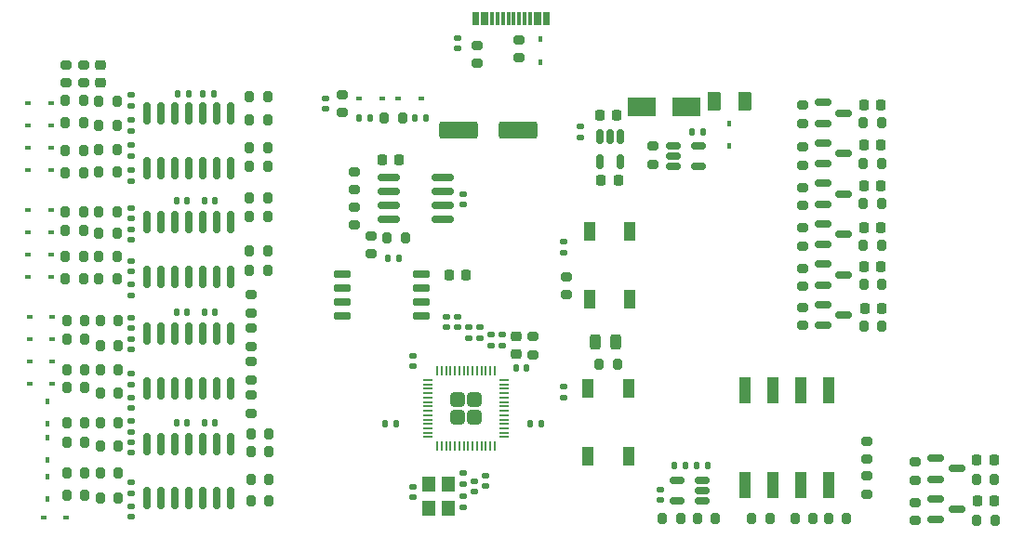
<source format=gtp>
%TF.GenerationSoftware,KiCad,Pcbnew,6.0.11+dfsg-1*%
%TF.CreationDate,2024-03-26T21:26:54+01:00*%
%TF.ProjectId,IO_16x8_matrix,494f5f31-3678-4385-9f6d-61747269782e,0.1.0*%
%TF.SameCoordinates,Original*%
%TF.FileFunction,Paste,Top*%
%TF.FilePolarity,Positive*%
%FSLAX46Y46*%
G04 Gerber Fmt 4.6, Leading zero omitted, Abs format (unit mm)*
G04 Created by KiCad (PCBNEW 6.0.11+dfsg-1) date 2024-03-26 21:26:54*
%MOMM*%
%LPD*%
G01*
G04 APERTURE LIST*
G04 Aperture macros list*
%AMRoundRect*
0 Rectangle with rounded corners*
0 $1 Rounding radius*
0 $2 $3 $4 $5 $6 $7 $8 $9 X,Y pos of 4 corners*
0 Add a 4 corners polygon primitive as box body*
4,1,4,$2,$3,$4,$5,$6,$7,$8,$9,$2,$3,0*
0 Add four circle primitives for the rounded corners*
1,1,$1+$1,$2,$3*
1,1,$1+$1,$4,$5*
1,1,$1+$1,$6,$7*
1,1,$1+$1,$8,$9*
0 Add four rect primitives between the rounded corners*
20,1,$1+$1,$2,$3,$4,$5,0*
20,1,$1+$1,$4,$5,$6,$7,0*
20,1,$1+$1,$6,$7,$8,$9,0*
20,1,$1+$1,$8,$9,$2,$3,0*%
G04 Aperture macros list end*
%ADD10RoundRect,0.140000X-0.140000X-0.170000X0.140000X-0.170000X0.140000X0.170000X-0.140000X0.170000X0*%
%ADD11RoundRect,0.140000X0.170000X-0.140000X0.170000X0.140000X-0.170000X0.140000X-0.170000X-0.140000X0*%
%ADD12RoundRect,0.140000X-0.170000X0.140000X-0.170000X-0.140000X0.170000X-0.140000X0.170000X0.140000X0*%
%ADD13RoundRect,0.200000X0.200000X0.275000X-0.200000X0.275000X-0.200000X-0.275000X0.200000X-0.275000X0*%
%ADD14RoundRect,0.200000X-0.275000X0.200000X-0.275000X-0.200000X0.275000X-0.200000X0.275000X0.200000X0*%
%ADD15R,0.600000X0.450000*%
%ADD16RoundRect,0.150000X-0.587500X-0.150000X0.587500X-0.150000X0.587500X0.150000X-0.587500X0.150000X0*%
%ADD17RoundRect,0.150000X-0.512500X-0.150000X0.512500X-0.150000X0.512500X0.150000X-0.512500X0.150000X0*%
%ADD18RoundRect,0.200000X0.275000X-0.200000X0.275000X0.200000X-0.275000X0.200000X-0.275000X-0.200000X0*%
%ADD19RoundRect,0.140000X0.140000X0.170000X-0.140000X0.170000X-0.140000X-0.170000X0.140000X-0.170000X0*%
%ADD20RoundRect,0.250000X-1.500000X-0.550000X1.500000X-0.550000X1.500000X0.550000X-1.500000X0.550000X0*%
%ADD21RoundRect,0.225000X0.225000X0.250000X-0.225000X0.250000X-0.225000X-0.250000X0.225000X-0.250000X0*%
%ADD22RoundRect,0.200000X-0.200000X-0.275000X0.200000X-0.275000X0.200000X0.275000X-0.200000X0.275000X0*%
%ADD23RoundRect,0.150000X-0.150000X0.512500X-0.150000X-0.512500X0.150000X-0.512500X0.150000X0.512500X0*%
%ADD24RoundRect,0.135000X0.185000X-0.135000X0.185000X0.135000X-0.185000X0.135000X-0.185000X-0.135000X0*%
%ADD25RoundRect,0.225000X-0.225000X-0.250000X0.225000X-0.250000X0.225000X0.250000X-0.225000X0.250000X0*%
%ADD26R,2.500000X1.800000*%
%ADD27RoundRect,0.225000X0.250000X-0.225000X0.250000X0.225000X-0.250000X0.225000X-0.250000X-0.225000X0*%
%ADD28RoundRect,0.135000X0.135000X0.185000X-0.135000X0.185000X-0.135000X-0.185000X0.135000X-0.185000X0*%
%ADD29RoundRect,0.243750X0.243750X0.456250X-0.243750X0.456250X-0.243750X-0.456250X0.243750X-0.456250X0*%
%ADD30R,0.300000X1.150000*%
%ADD31RoundRect,0.150000X-0.150000X0.825000X-0.150000X-0.825000X0.150000X-0.825000X0.150000X0.825000X0*%
%ADD32RoundRect,0.150000X0.512500X0.150000X-0.512500X0.150000X-0.512500X-0.150000X0.512500X-0.150000X0*%
%ADD33R,0.450000X0.600000*%
%ADD34RoundRect,0.135000X-0.185000X0.135000X-0.185000X-0.135000X0.185000X-0.135000X0.185000X0.135000X0*%
%ADD35RoundRect,0.135000X-0.135000X-0.185000X0.135000X-0.185000X0.135000X0.185000X-0.135000X0.185000X0*%
%ADD36R,1.100000X1.800000*%
%ADD37RoundRect,0.249999X-0.395001X-0.395001X0.395001X-0.395001X0.395001X0.395001X-0.395001X0.395001X0*%
%ADD38RoundRect,0.050000X-0.387500X-0.050000X0.387500X-0.050000X0.387500X0.050000X-0.387500X0.050000X0*%
%ADD39RoundRect,0.050000X-0.050000X-0.387500X0.050000X-0.387500X0.050000X0.387500X-0.050000X0.387500X0*%
%ADD40RoundRect,0.250000X-0.375000X-0.625000X0.375000X-0.625000X0.375000X0.625000X-0.375000X0.625000X0*%
%ADD41RoundRect,0.150000X-0.825000X-0.150000X0.825000X-0.150000X0.825000X0.150000X-0.825000X0.150000X0*%
%ADD42R,1.120000X2.440000*%
%ADD43R,1.200000X1.400000*%
%ADD44RoundRect,0.150000X-0.650000X-0.150000X0.650000X-0.150000X0.650000X0.150000X-0.650000X0.150000X0*%
G04 APERTURE END LIST*
D10*
X151376900Y-89510200D03*
X152336900Y-89510200D03*
D11*
X145228900Y-97110200D03*
X145228900Y-96150200D03*
D12*
X155892500Y-62453000D03*
X155892500Y-63413000D03*
D13*
X113728000Y-72136000D03*
X112078000Y-72136000D03*
D14*
X150332900Y-54561200D03*
X150332900Y-56211200D03*
D15*
X135774900Y-59862200D03*
X137874900Y-59862200D03*
D16*
X178005500Y-60264000D03*
X178005500Y-62164000D03*
X179880500Y-61214000D03*
D17*
X164423900Y-64201000D03*
X164423900Y-65151000D03*
X164423900Y-66101000D03*
X166698900Y-66101000D03*
X166698900Y-64201000D03*
D18*
X154650900Y-77801200D03*
X154650900Y-76151200D03*
D12*
X115062000Y-84991000D03*
X115062000Y-85951000D03*
D19*
X120114000Y-79375000D03*
X119154000Y-79375000D03*
D20*
X144832900Y-62814200D03*
X150232900Y-62814200D03*
D10*
X121694000Y-89408000D03*
X122654000Y-89408000D03*
D11*
X143704900Y-80758200D03*
X143704900Y-79798200D03*
D21*
X159359900Y-67386200D03*
X157809900Y-67386200D03*
D18*
X176149000Y-65976000D03*
X176149000Y-64326000D03*
D13*
X113728000Y-66548000D03*
X112078000Y-66548000D03*
D22*
X109157000Y-96012000D03*
X110807000Y-96012000D03*
D12*
X115062000Y-64163000D03*
X115062000Y-65123000D03*
D23*
X159557300Y-63353100D03*
X158607300Y-63353100D03*
X157657300Y-63353100D03*
X157657300Y-65628100D03*
X159557300Y-65628100D03*
D13*
X127444000Y-68961000D03*
X125794000Y-68961000D03*
D18*
X181991000Y-92773000D03*
X181991000Y-91123000D03*
D10*
X121567000Y-59436000D03*
X122527000Y-59436000D03*
D24*
X145252900Y-95027200D03*
X145252900Y-94007200D03*
D22*
X175451000Y-98171000D03*
X177101000Y-98171000D03*
D25*
X181724000Y-64135000D03*
X183274000Y-64135000D03*
D12*
X115062000Y-87150000D03*
X115062000Y-88110000D03*
X144744900Y-54398200D03*
X144744900Y-55358200D03*
D18*
X176149000Y-80581000D03*
X176149000Y-78931000D03*
D13*
X113855000Y-93980000D03*
X112205000Y-93980000D03*
D14*
X125984000Y-83884000D03*
X125984000Y-85534000D03*
X134284900Y-59545200D03*
X134284900Y-61195200D03*
D19*
X120114000Y-89408000D03*
X119154000Y-89408000D03*
D12*
X145252900Y-68622200D03*
X145252900Y-69582200D03*
D16*
X178005500Y-63947000D03*
X178005500Y-65847000D03*
X179880500Y-64897000D03*
D25*
X181838000Y-78994000D03*
X183388000Y-78994000D03*
D26*
X165534900Y-60655200D03*
X161534900Y-60655200D03*
D12*
X115062000Y-61877000D03*
X115062000Y-62837000D03*
D27*
X150054900Y-83156200D03*
X150054900Y-81606200D03*
D15*
X139330900Y-59862200D03*
X141430900Y-59862200D03*
D13*
X183324000Y-69469000D03*
X181674000Y-69469000D03*
D28*
X165483000Y-93345000D03*
X164463000Y-93345000D03*
D15*
X105757000Y-81788000D03*
X107857000Y-81788000D03*
D18*
X176149000Y-69659000D03*
X176149000Y-68009000D03*
D12*
X132760900Y-59890200D03*
X132760900Y-60850200D03*
D29*
X159144400Y-82056200D03*
X157269400Y-82056200D03*
D22*
X109030000Y-66706500D03*
X110680000Y-66706500D03*
D30*
X152962000Y-52630000D03*
X152162000Y-52630000D03*
X150862000Y-52630000D03*
X149862000Y-52630000D03*
X149362000Y-52630000D03*
X148362000Y-52630000D03*
X147062000Y-52630000D03*
X146262000Y-52630000D03*
X146562000Y-52630000D03*
X147362000Y-52630000D03*
X147862000Y-52630000D03*
X148862000Y-52630000D03*
X150362000Y-52630000D03*
X151362000Y-52630000D03*
X151862000Y-52630000D03*
X152662000Y-52630000D03*
D31*
X124079000Y-81345000D03*
X122809000Y-81345000D03*
X121539000Y-81345000D03*
X120269000Y-81345000D03*
X118999000Y-81345000D03*
X117729000Y-81345000D03*
X116459000Y-81345000D03*
X116459000Y-86295000D03*
X117729000Y-86295000D03*
X118999000Y-86295000D03*
X120269000Y-86295000D03*
X121539000Y-86295000D03*
X122809000Y-86295000D03*
X124079000Y-86295000D03*
D12*
X115062000Y-71811000D03*
X115062000Y-72771000D03*
D15*
X105607000Y-60277500D03*
X107707000Y-60277500D03*
D21*
X139417900Y-65455800D03*
X137867900Y-65455800D03*
D22*
X157635900Y-84088200D03*
X159285900Y-84088200D03*
D32*
X166999500Y-96581000D03*
X166999500Y-95631000D03*
X166999500Y-94681000D03*
X164724500Y-94681000D03*
X164724500Y-96581000D03*
D18*
X186436000Y-94678000D03*
X186436000Y-93028000D03*
D13*
X127444000Y-61849000D03*
X125794000Y-61849000D03*
D31*
X124079000Y-61279000D03*
X122809000Y-61279000D03*
X121539000Y-61279000D03*
X120269000Y-61279000D03*
X118999000Y-61279000D03*
X117729000Y-61279000D03*
X116459000Y-61279000D03*
X116459000Y-66229000D03*
X117729000Y-66229000D03*
X118999000Y-66229000D03*
X120269000Y-66229000D03*
X121539000Y-66229000D03*
X122809000Y-66229000D03*
X124079000Y-66229000D03*
D14*
X125984000Y-86932000D03*
X125984000Y-88582000D03*
D13*
X113855000Y-89408000D03*
X112205000Y-89408000D03*
D14*
X125984000Y-77788000D03*
X125984000Y-79438000D03*
D25*
X192011000Y-92837000D03*
X193561000Y-92837000D03*
D19*
X167070900Y-62915800D03*
X166110900Y-62915800D03*
D18*
X176149000Y-62166000D03*
X176149000Y-60516000D03*
D13*
X183324000Y-73279000D03*
X181674000Y-73279000D03*
D12*
X115062000Y-79883000D03*
X115062000Y-80843000D03*
D33*
X107442000Y-96427000D03*
X107442000Y-94327000D03*
D25*
X181724000Y-67818000D03*
X183274000Y-67818000D03*
D22*
X109030000Y-70231000D03*
X110680000Y-70231000D03*
D34*
X154396900Y-72910200D03*
X154396900Y-73930200D03*
D11*
X163195000Y-96492000D03*
X163195000Y-95532000D03*
D16*
X188292500Y-92674400D03*
X188292500Y-94574400D03*
X190167500Y-93624400D03*
D13*
X127571000Y-92075000D03*
X125921000Y-92075000D03*
X113728000Y-74295000D03*
X112078000Y-74295000D03*
D22*
X166561000Y-98171000D03*
X168211000Y-98171000D03*
D13*
X113728000Y-60158500D03*
X112078000Y-60158500D03*
X127571000Y-90424000D03*
X125921000Y-90424000D03*
D22*
X163386000Y-98171000D03*
X165036000Y-98171000D03*
D13*
X127571000Y-94615000D03*
X125921000Y-94615000D03*
D15*
X105630000Y-74120000D03*
X107730000Y-74120000D03*
D13*
X139975900Y-72593200D03*
X138325900Y-72593200D03*
X113728000Y-70231000D03*
X112078000Y-70231000D03*
D28*
X136826900Y-61640200D03*
X135806900Y-61640200D03*
D13*
X113855000Y-91567000D03*
X112205000Y-91567000D03*
D22*
X109030000Y-76327000D03*
X110680000Y-76327000D03*
D25*
X192061800Y-96520000D03*
X193611800Y-96520000D03*
D13*
X139727900Y-61640200D03*
X138077900Y-61640200D03*
D14*
X135340900Y-66561200D03*
X135340900Y-68211200D03*
D13*
X113855000Y-84582000D03*
X112205000Y-84582000D03*
D25*
X181724000Y-60452000D03*
X183274000Y-60452000D03*
D12*
X115062000Y-59591000D03*
X115062000Y-60551000D03*
D13*
X127444000Y-73787000D03*
X125794000Y-73787000D03*
D35*
X166495000Y-93345000D03*
X167515000Y-93345000D03*
D36*
X160310900Y-86322200D03*
X160310900Y-92522200D03*
X156610900Y-86322200D03*
X156610900Y-92522200D03*
D25*
X181724000Y-71628000D03*
X183274000Y-71628000D03*
D13*
X113728000Y-76327000D03*
X112078000Y-76327000D03*
D37*
X146306900Y-88952200D03*
X144706900Y-88952200D03*
X144706900Y-87352200D03*
X146306900Y-87352200D03*
D38*
X142069400Y-85552200D03*
X142069400Y-85952200D03*
X142069400Y-86352200D03*
X142069400Y-86752200D03*
X142069400Y-87152200D03*
X142069400Y-87552200D03*
X142069400Y-87952200D03*
X142069400Y-88352200D03*
X142069400Y-88752200D03*
X142069400Y-89152200D03*
X142069400Y-89552200D03*
X142069400Y-89952200D03*
X142069400Y-90352200D03*
X142069400Y-90752200D03*
D39*
X142906900Y-91589700D03*
X143306900Y-91589700D03*
X143706900Y-91589700D03*
X144106900Y-91589700D03*
X144506900Y-91589700D03*
X144906900Y-91589700D03*
X145306900Y-91589700D03*
X145706900Y-91589700D03*
X146106900Y-91589700D03*
X146506900Y-91589700D03*
X146906900Y-91589700D03*
X147306900Y-91589700D03*
X147706900Y-91589700D03*
X148106900Y-91589700D03*
D38*
X148944400Y-90752200D03*
X148944400Y-90352200D03*
X148944400Y-89952200D03*
X148944400Y-89552200D03*
X148944400Y-89152200D03*
X148944400Y-88752200D03*
X148944400Y-88352200D03*
X148944400Y-87952200D03*
X148944400Y-87552200D03*
X148944400Y-87152200D03*
X148944400Y-86752200D03*
X148944400Y-86352200D03*
X148944400Y-85952200D03*
X148944400Y-85552200D03*
D39*
X148106900Y-84714700D03*
X147706900Y-84714700D03*
X147306900Y-84714700D03*
X146906900Y-84714700D03*
X146506900Y-84714700D03*
X146106900Y-84714700D03*
X145706900Y-84714700D03*
X145306900Y-84714700D03*
X144906900Y-84714700D03*
X144506900Y-84714700D03*
X144106900Y-84714700D03*
X143706900Y-84714700D03*
X143306900Y-84714700D03*
X142906900Y-84714700D03*
D12*
X115062000Y-89309000D03*
X115062000Y-90269000D03*
D13*
X193611000Y-94615000D03*
X191961000Y-94615000D03*
D40*
X168103900Y-60147200D03*
X170903900Y-60147200D03*
D18*
X136864900Y-74053200D03*
X136864900Y-72403200D03*
D13*
X113855000Y-86741000D03*
X112205000Y-86741000D03*
D22*
X109030000Y-74295000D03*
X110680000Y-74295000D03*
D21*
X159219900Y-61417200D03*
X157669900Y-61417200D03*
D14*
X162518900Y-64224400D03*
X162518900Y-65874400D03*
D34*
X146752900Y-80753200D03*
X146752900Y-81773200D03*
D18*
X176149000Y-73342000D03*
X176149000Y-71692000D03*
D13*
X127444000Y-59690000D03*
X125794000Y-59690000D03*
D16*
X178005500Y-78679000D03*
X178005500Y-80579000D03*
X179880500Y-79629000D03*
D41*
X138453900Y-67056000D03*
X138453900Y-68326000D03*
X138453900Y-69596000D03*
X138453900Y-70866000D03*
X143403900Y-70866000D03*
X143403900Y-69596000D03*
X143403900Y-68326000D03*
X143403900Y-67056000D03*
D13*
X127444000Y-75565000D03*
X125794000Y-75565000D03*
D31*
X124079000Y-91378000D03*
X122809000Y-91378000D03*
X121539000Y-91378000D03*
X120269000Y-91378000D03*
X118999000Y-91378000D03*
X117729000Y-91378000D03*
X116459000Y-91378000D03*
X116459000Y-96328000D03*
X117729000Y-96328000D03*
X118999000Y-96328000D03*
X120269000Y-96328000D03*
X121539000Y-96328000D03*
X122809000Y-96328000D03*
X124079000Y-96328000D03*
D13*
X173164000Y-98171000D03*
X171514000Y-98171000D03*
D15*
X105757000Y-79756000D03*
X107857000Y-79756000D03*
D22*
X109030000Y-64674500D03*
X110680000Y-64674500D03*
X109157000Y-84582000D03*
X110807000Y-84582000D03*
D12*
X115062000Y-69878000D03*
X115062000Y-70838000D03*
D15*
X105630000Y-64389000D03*
X107730000Y-64389000D03*
D13*
X113855000Y-80137000D03*
X112205000Y-80137000D03*
X183387000Y-76835000D03*
X181737000Y-76835000D03*
D12*
X147284900Y-94256200D03*
X147284900Y-95216200D03*
X115062000Y-66449000D03*
X115062000Y-67409000D03*
D22*
X109157000Y-86233000D03*
X110807000Y-86233000D03*
X109157000Y-80137000D03*
X110807000Y-80137000D03*
D16*
X178005500Y-71313000D03*
X178005500Y-73213000D03*
X179880500Y-72263000D03*
D13*
X183387000Y-80645000D03*
X181737000Y-80645000D03*
D22*
X109157000Y-93980000D03*
X110807000Y-93980000D03*
D15*
X105630000Y-70056000D03*
X107730000Y-70056000D03*
D25*
X143969900Y-75960200D03*
X145519900Y-75960200D03*
D22*
X109157000Y-81788000D03*
X110807000Y-81788000D03*
D13*
X193661800Y-98298000D03*
X192011800Y-98298000D03*
D15*
X107027000Y-98044000D03*
X109127000Y-98044000D03*
D12*
X115062000Y-91214000D03*
X115062000Y-92174000D03*
D18*
X125984000Y-82486000D03*
X125984000Y-80836000D03*
D36*
X160438900Y-72002200D03*
X160438900Y-78202200D03*
X156738900Y-78202200D03*
X156738900Y-72002200D03*
D31*
X124079000Y-71185000D03*
X122809000Y-71185000D03*
X121539000Y-71185000D03*
X120269000Y-71185000D03*
X118999000Y-71185000D03*
X117729000Y-71185000D03*
X116459000Y-71185000D03*
X116459000Y-76135000D03*
X117729000Y-76135000D03*
X118999000Y-76135000D03*
X120269000Y-76135000D03*
X121539000Y-76135000D03*
X122809000Y-76135000D03*
X124079000Y-76135000D03*
D19*
X139382900Y-74436200D03*
X138422900Y-74436200D03*
D16*
X178005500Y-74996000D03*
X178005500Y-76896000D03*
X179880500Y-75946000D03*
D22*
X178499000Y-98171000D03*
X180149000Y-98171000D03*
D14*
X109093000Y-56833000D03*
X109093000Y-58483000D03*
D16*
X178005500Y-67630000D03*
X178005500Y-69530000D03*
X179880500Y-68580000D03*
D15*
X105630000Y-66421000D03*
X107730000Y-66421000D03*
D18*
X186436000Y-98361000D03*
X186436000Y-96711000D03*
D12*
X115062000Y-81816000D03*
X115062000Y-82776000D03*
D13*
X127444000Y-70612000D03*
X125794000Y-70612000D03*
D34*
X145736900Y-80753200D03*
X145736900Y-81773200D03*
D33*
X152290900Y-56586200D03*
X152290900Y-54486200D03*
D19*
X120114000Y-69215000D03*
X119154000Y-69215000D03*
D15*
X105757000Y-85852000D03*
X107857000Y-85852000D03*
D13*
X113855000Y-82423000D03*
X112205000Y-82423000D03*
D11*
X147782900Y-82378200D03*
X147782900Y-81418200D03*
X144720900Y-80758200D03*
X144720900Y-79798200D03*
D12*
X115062000Y-94897000D03*
X115062000Y-95857000D03*
D16*
X188292500Y-96362200D03*
X188292500Y-98262200D03*
X190167500Y-97312200D03*
D14*
X151578900Y-81581200D03*
X151578900Y-83231200D03*
D10*
X150082900Y-84446200D03*
X151042900Y-84446200D03*
D13*
X127444000Y-64389000D03*
X125794000Y-64389000D03*
X183324000Y-65786000D03*
X181674000Y-65786000D03*
D27*
X112268000Y-58433000D03*
X112268000Y-56883000D03*
D13*
X113728000Y-64579000D03*
X112078000Y-64579000D03*
D15*
X105607000Y-62309500D03*
X107707000Y-62309500D03*
D22*
X109030000Y-62134500D03*
X110680000Y-62134500D03*
D14*
X135340900Y-69761600D03*
X135340900Y-71411600D03*
D13*
X113855000Y-96266000D03*
X112205000Y-96266000D03*
X127571000Y-96520000D03*
X125921000Y-96520000D03*
D22*
X109030000Y-71882000D03*
X110680000Y-71882000D03*
D24*
X154390900Y-87138200D03*
X154390900Y-86118200D03*
D22*
X109157000Y-89408000D03*
X110807000Y-89408000D03*
D19*
X120241000Y-59436000D03*
X119281000Y-59436000D03*
D12*
X146268900Y-94784200D03*
X146268900Y-95744200D03*
D42*
X170942000Y-95110000D03*
X173482000Y-95110000D03*
X176022000Y-95110000D03*
X178562000Y-95110000D03*
X178562000Y-86500000D03*
X176022000Y-86500000D03*
X173482000Y-86500000D03*
X170942000Y-86500000D03*
D13*
X113728000Y-62388500D03*
X112078000Y-62388500D03*
D10*
X121694000Y-69215000D03*
X122654000Y-69215000D03*
D18*
X110744000Y-58483000D03*
X110744000Y-56833000D03*
D33*
X169503900Y-62145200D03*
X169503900Y-64245200D03*
D11*
X140656900Y-96224200D03*
X140656900Y-95264200D03*
D18*
X176149000Y-77025000D03*
X176149000Y-75375000D03*
D28*
X141906900Y-61640200D03*
X140886900Y-61640200D03*
D14*
X146522900Y-55069200D03*
X146522900Y-56719200D03*
D13*
X183324000Y-62103000D03*
X181674000Y-62103000D03*
D10*
X121694000Y-79375000D03*
X122654000Y-79375000D03*
D15*
X105630000Y-76152000D03*
X107730000Y-76152000D03*
D12*
X115062000Y-74704000D03*
X115062000Y-75664000D03*
D43*
X143856900Y-97253200D03*
X143856900Y-95053200D03*
X142156900Y-95053200D03*
X142156900Y-97253200D03*
D15*
X105757000Y-83820000D03*
X107857000Y-83820000D03*
D11*
X148784900Y-82378200D03*
X148784900Y-81418200D03*
D19*
X139136900Y-89549200D03*
X138176900Y-89549200D03*
D12*
X115062000Y-97056000D03*
X115062000Y-98016000D03*
D22*
X109157000Y-91186000D03*
X110807000Y-91186000D03*
D44*
X134262900Y-75929200D03*
X134262900Y-77199200D03*
X134262900Y-78469200D03*
X134262900Y-79739200D03*
X141462900Y-79739200D03*
X141462900Y-78469200D03*
X141462900Y-77199200D03*
X141462900Y-75929200D03*
D11*
X140680900Y-84314200D03*
X140680900Y-83354200D03*
D13*
X127444000Y-66040000D03*
X125794000Y-66040000D03*
D15*
X105630000Y-72088000D03*
X107730000Y-72088000D03*
D25*
X181724000Y-75184000D03*
X183274000Y-75184000D03*
D22*
X109030000Y-60102500D03*
X110680000Y-60102500D03*
D18*
X181991000Y-95948000D03*
X181991000Y-94298000D03*
D12*
X115062000Y-76863000D03*
X115062000Y-77823000D03*
D33*
X107442000Y-89569000D03*
X107442000Y-87469000D03*
X107442000Y-92871000D03*
X107442000Y-90771000D03*
M02*

</source>
